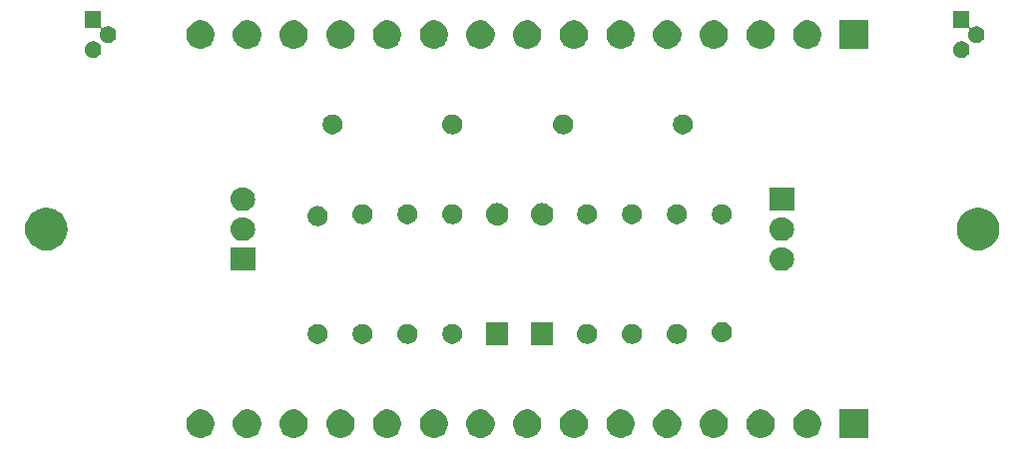
<source format=gbr>
G04 #@! TF.GenerationSoftware,KiCad,Pcbnew,5.1.0-060a0da~80~ubuntu18.04.1*
G04 #@! TF.CreationDate,2019-04-15T09:18:46-04:00*
G04 #@! TF.ProjectId,overvoltage,6f766572-766f-46c7-9461-67652e6b6963,1*
G04 #@! TF.SameCoordinates,Original*
G04 #@! TF.FileFunction,Soldermask,Top*
G04 #@! TF.FilePolarity,Negative*
%FSLAX46Y46*%
G04 Gerber Fmt 4.6, Leading zero omitted, Abs format (unit mm)*
G04 Created by KiCad (PCBNEW 5.1.0-060a0da~80~ubuntu18.04.1) date 2019-04-15 09:18:46*
%MOMM*%
%LPD*%
G04 APERTURE LIST*
%ADD10C,0.100000*%
G04 APERTURE END LIST*
D10*
G36*
X56448276Y-71241884D02*
G01*
X56665569Y-71331890D01*
X56665571Y-71331891D01*
X56861130Y-71462560D01*
X57027440Y-71628870D01*
X57158110Y-71824431D01*
X57248116Y-72041724D01*
X57294000Y-72272400D01*
X57294000Y-72507600D01*
X57248116Y-72738276D01*
X57158110Y-72955569D01*
X57158109Y-72955571D01*
X57027440Y-73151130D01*
X56861130Y-73317440D01*
X56665571Y-73448109D01*
X56665570Y-73448110D01*
X56665569Y-73448110D01*
X56448276Y-73538116D01*
X56217600Y-73584000D01*
X55982400Y-73584000D01*
X55751724Y-73538116D01*
X55534431Y-73448110D01*
X55534430Y-73448110D01*
X55534429Y-73448109D01*
X55338870Y-73317440D01*
X55172560Y-73151130D01*
X55041891Y-72955571D01*
X55041890Y-72955569D01*
X54951884Y-72738276D01*
X54906000Y-72507600D01*
X54906000Y-72272400D01*
X54951884Y-72041724D01*
X55041890Y-71824431D01*
X55172560Y-71628870D01*
X55338870Y-71462560D01*
X55534429Y-71331891D01*
X55534431Y-71331890D01*
X55751724Y-71241884D01*
X55982400Y-71196000D01*
X56217600Y-71196000D01*
X56448276Y-71241884D01*
X56448276Y-71241884D01*
G37*
G36*
X107928276Y-71241884D02*
G01*
X108145569Y-71331890D01*
X108145571Y-71331891D01*
X108341130Y-71462560D01*
X108507440Y-71628870D01*
X108638110Y-71824431D01*
X108728116Y-72041724D01*
X108774000Y-72272400D01*
X108774000Y-72507600D01*
X108728116Y-72738276D01*
X108638110Y-72955569D01*
X108638109Y-72955571D01*
X108507440Y-73151130D01*
X108341130Y-73317440D01*
X108145571Y-73448109D01*
X108145570Y-73448110D01*
X108145569Y-73448110D01*
X107928276Y-73538116D01*
X107697600Y-73584000D01*
X107462400Y-73584000D01*
X107231724Y-73538116D01*
X107014431Y-73448110D01*
X107014430Y-73448110D01*
X107014429Y-73448109D01*
X106818870Y-73317440D01*
X106652560Y-73151130D01*
X106521891Y-72955571D01*
X106521890Y-72955569D01*
X106431884Y-72738276D01*
X106386000Y-72507600D01*
X106386000Y-72272400D01*
X106431884Y-72041724D01*
X106521890Y-71824431D01*
X106652560Y-71628870D01*
X106818870Y-71462560D01*
X107014429Y-71331891D01*
X107014431Y-71331890D01*
X107231724Y-71241884D01*
X107462400Y-71196000D01*
X107697600Y-71196000D01*
X107928276Y-71241884D01*
X107928276Y-71241884D01*
G37*
G36*
X112734000Y-73584000D02*
G01*
X110346000Y-73584000D01*
X110346000Y-71196000D01*
X112734000Y-71196000D01*
X112734000Y-73584000D01*
X112734000Y-73584000D01*
G37*
G36*
X103968276Y-71241884D02*
G01*
X104185569Y-71331890D01*
X104185571Y-71331891D01*
X104381130Y-71462560D01*
X104547440Y-71628870D01*
X104678110Y-71824431D01*
X104768116Y-72041724D01*
X104814000Y-72272400D01*
X104814000Y-72507600D01*
X104768116Y-72738276D01*
X104678110Y-72955569D01*
X104678109Y-72955571D01*
X104547440Y-73151130D01*
X104381130Y-73317440D01*
X104185571Y-73448109D01*
X104185570Y-73448110D01*
X104185569Y-73448110D01*
X103968276Y-73538116D01*
X103737600Y-73584000D01*
X103502400Y-73584000D01*
X103271724Y-73538116D01*
X103054431Y-73448110D01*
X103054430Y-73448110D01*
X103054429Y-73448109D01*
X102858870Y-73317440D01*
X102692560Y-73151130D01*
X102561891Y-72955571D01*
X102561890Y-72955569D01*
X102471884Y-72738276D01*
X102426000Y-72507600D01*
X102426000Y-72272400D01*
X102471884Y-72041724D01*
X102561890Y-71824431D01*
X102692560Y-71628870D01*
X102858870Y-71462560D01*
X103054429Y-71331891D01*
X103054431Y-71331890D01*
X103271724Y-71241884D01*
X103502400Y-71196000D01*
X103737600Y-71196000D01*
X103968276Y-71241884D01*
X103968276Y-71241884D01*
G37*
G36*
X100008276Y-71241884D02*
G01*
X100225569Y-71331890D01*
X100225571Y-71331891D01*
X100421130Y-71462560D01*
X100587440Y-71628870D01*
X100718110Y-71824431D01*
X100808116Y-72041724D01*
X100854000Y-72272400D01*
X100854000Y-72507600D01*
X100808116Y-72738276D01*
X100718110Y-72955569D01*
X100718109Y-72955571D01*
X100587440Y-73151130D01*
X100421130Y-73317440D01*
X100225571Y-73448109D01*
X100225570Y-73448110D01*
X100225569Y-73448110D01*
X100008276Y-73538116D01*
X99777600Y-73584000D01*
X99542400Y-73584000D01*
X99311724Y-73538116D01*
X99094431Y-73448110D01*
X99094430Y-73448110D01*
X99094429Y-73448109D01*
X98898870Y-73317440D01*
X98732560Y-73151130D01*
X98601891Y-72955571D01*
X98601890Y-72955569D01*
X98511884Y-72738276D01*
X98466000Y-72507600D01*
X98466000Y-72272400D01*
X98511884Y-72041724D01*
X98601890Y-71824431D01*
X98732560Y-71628870D01*
X98898870Y-71462560D01*
X99094429Y-71331891D01*
X99094431Y-71331890D01*
X99311724Y-71241884D01*
X99542400Y-71196000D01*
X99777600Y-71196000D01*
X100008276Y-71241884D01*
X100008276Y-71241884D01*
G37*
G36*
X96048276Y-71241884D02*
G01*
X96265569Y-71331890D01*
X96265571Y-71331891D01*
X96461130Y-71462560D01*
X96627440Y-71628870D01*
X96758110Y-71824431D01*
X96848116Y-72041724D01*
X96894000Y-72272400D01*
X96894000Y-72507600D01*
X96848116Y-72738276D01*
X96758110Y-72955569D01*
X96758109Y-72955571D01*
X96627440Y-73151130D01*
X96461130Y-73317440D01*
X96265571Y-73448109D01*
X96265570Y-73448110D01*
X96265569Y-73448110D01*
X96048276Y-73538116D01*
X95817600Y-73584000D01*
X95582400Y-73584000D01*
X95351724Y-73538116D01*
X95134431Y-73448110D01*
X95134430Y-73448110D01*
X95134429Y-73448109D01*
X94938870Y-73317440D01*
X94772560Y-73151130D01*
X94641891Y-72955571D01*
X94641890Y-72955569D01*
X94551884Y-72738276D01*
X94506000Y-72507600D01*
X94506000Y-72272400D01*
X94551884Y-72041724D01*
X94641890Y-71824431D01*
X94772560Y-71628870D01*
X94938870Y-71462560D01*
X95134429Y-71331891D01*
X95134431Y-71331890D01*
X95351724Y-71241884D01*
X95582400Y-71196000D01*
X95817600Y-71196000D01*
X96048276Y-71241884D01*
X96048276Y-71241884D01*
G37*
G36*
X92088276Y-71241884D02*
G01*
X92305569Y-71331890D01*
X92305571Y-71331891D01*
X92501130Y-71462560D01*
X92667440Y-71628870D01*
X92798110Y-71824431D01*
X92888116Y-72041724D01*
X92934000Y-72272400D01*
X92934000Y-72507600D01*
X92888116Y-72738276D01*
X92798110Y-72955569D01*
X92798109Y-72955571D01*
X92667440Y-73151130D01*
X92501130Y-73317440D01*
X92305571Y-73448109D01*
X92305570Y-73448110D01*
X92305569Y-73448110D01*
X92088276Y-73538116D01*
X91857600Y-73584000D01*
X91622400Y-73584000D01*
X91391724Y-73538116D01*
X91174431Y-73448110D01*
X91174430Y-73448110D01*
X91174429Y-73448109D01*
X90978870Y-73317440D01*
X90812560Y-73151130D01*
X90681891Y-72955571D01*
X90681890Y-72955569D01*
X90591884Y-72738276D01*
X90546000Y-72507600D01*
X90546000Y-72272400D01*
X90591884Y-72041724D01*
X90681890Y-71824431D01*
X90812560Y-71628870D01*
X90978870Y-71462560D01*
X91174429Y-71331891D01*
X91174431Y-71331890D01*
X91391724Y-71241884D01*
X91622400Y-71196000D01*
X91857600Y-71196000D01*
X92088276Y-71241884D01*
X92088276Y-71241884D01*
G37*
G36*
X88128276Y-71241884D02*
G01*
X88345569Y-71331890D01*
X88345571Y-71331891D01*
X88541130Y-71462560D01*
X88707440Y-71628870D01*
X88838110Y-71824431D01*
X88928116Y-72041724D01*
X88974000Y-72272400D01*
X88974000Y-72507600D01*
X88928116Y-72738276D01*
X88838110Y-72955569D01*
X88838109Y-72955571D01*
X88707440Y-73151130D01*
X88541130Y-73317440D01*
X88345571Y-73448109D01*
X88345570Y-73448110D01*
X88345569Y-73448110D01*
X88128276Y-73538116D01*
X87897600Y-73584000D01*
X87662400Y-73584000D01*
X87431724Y-73538116D01*
X87214431Y-73448110D01*
X87214430Y-73448110D01*
X87214429Y-73448109D01*
X87018870Y-73317440D01*
X86852560Y-73151130D01*
X86721891Y-72955571D01*
X86721890Y-72955569D01*
X86631884Y-72738276D01*
X86586000Y-72507600D01*
X86586000Y-72272400D01*
X86631884Y-72041724D01*
X86721890Y-71824431D01*
X86852560Y-71628870D01*
X87018870Y-71462560D01*
X87214429Y-71331891D01*
X87214431Y-71331890D01*
X87431724Y-71241884D01*
X87662400Y-71196000D01*
X87897600Y-71196000D01*
X88128276Y-71241884D01*
X88128276Y-71241884D01*
G37*
G36*
X84168276Y-71241884D02*
G01*
X84385569Y-71331890D01*
X84385571Y-71331891D01*
X84581130Y-71462560D01*
X84747440Y-71628870D01*
X84878110Y-71824431D01*
X84968116Y-72041724D01*
X85014000Y-72272400D01*
X85014000Y-72507600D01*
X84968116Y-72738276D01*
X84878110Y-72955569D01*
X84878109Y-72955571D01*
X84747440Y-73151130D01*
X84581130Y-73317440D01*
X84385571Y-73448109D01*
X84385570Y-73448110D01*
X84385569Y-73448110D01*
X84168276Y-73538116D01*
X83937600Y-73584000D01*
X83702400Y-73584000D01*
X83471724Y-73538116D01*
X83254431Y-73448110D01*
X83254430Y-73448110D01*
X83254429Y-73448109D01*
X83058870Y-73317440D01*
X82892560Y-73151130D01*
X82761891Y-72955571D01*
X82761890Y-72955569D01*
X82671884Y-72738276D01*
X82626000Y-72507600D01*
X82626000Y-72272400D01*
X82671884Y-72041724D01*
X82761890Y-71824431D01*
X82892560Y-71628870D01*
X83058870Y-71462560D01*
X83254429Y-71331891D01*
X83254431Y-71331890D01*
X83471724Y-71241884D01*
X83702400Y-71196000D01*
X83937600Y-71196000D01*
X84168276Y-71241884D01*
X84168276Y-71241884D01*
G37*
G36*
X80208276Y-71241884D02*
G01*
X80425569Y-71331890D01*
X80425571Y-71331891D01*
X80621130Y-71462560D01*
X80787440Y-71628870D01*
X80918110Y-71824431D01*
X81008116Y-72041724D01*
X81054000Y-72272400D01*
X81054000Y-72507600D01*
X81008116Y-72738276D01*
X80918110Y-72955569D01*
X80918109Y-72955571D01*
X80787440Y-73151130D01*
X80621130Y-73317440D01*
X80425571Y-73448109D01*
X80425570Y-73448110D01*
X80425569Y-73448110D01*
X80208276Y-73538116D01*
X79977600Y-73584000D01*
X79742400Y-73584000D01*
X79511724Y-73538116D01*
X79294431Y-73448110D01*
X79294430Y-73448110D01*
X79294429Y-73448109D01*
X79098870Y-73317440D01*
X78932560Y-73151130D01*
X78801891Y-72955571D01*
X78801890Y-72955569D01*
X78711884Y-72738276D01*
X78666000Y-72507600D01*
X78666000Y-72272400D01*
X78711884Y-72041724D01*
X78801890Y-71824431D01*
X78932560Y-71628870D01*
X79098870Y-71462560D01*
X79294429Y-71331891D01*
X79294431Y-71331890D01*
X79511724Y-71241884D01*
X79742400Y-71196000D01*
X79977600Y-71196000D01*
X80208276Y-71241884D01*
X80208276Y-71241884D01*
G37*
G36*
X76248276Y-71241884D02*
G01*
X76465569Y-71331890D01*
X76465571Y-71331891D01*
X76661130Y-71462560D01*
X76827440Y-71628870D01*
X76958110Y-71824431D01*
X77048116Y-72041724D01*
X77094000Y-72272400D01*
X77094000Y-72507600D01*
X77048116Y-72738276D01*
X76958110Y-72955569D01*
X76958109Y-72955571D01*
X76827440Y-73151130D01*
X76661130Y-73317440D01*
X76465571Y-73448109D01*
X76465570Y-73448110D01*
X76465569Y-73448110D01*
X76248276Y-73538116D01*
X76017600Y-73584000D01*
X75782400Y-73584000D01*
X75551724Y-73538116D01*
X75334431Y-73448110D01*
X75334430Y-73448110D01*
X75334429Y-73448109D01*
X75138870Y-73317440D01*
X74972560Y-73151130D01*
X74841891Y-72955571D01*
X74841890Y-72955569D01*
X74751884Y-72738276D01*
X74706000Y-72507600D01*
X74706000Y-72272400D01*
X74751884Y-72041724D01*
X74841890Y-71824431D01*
X74972560Y-71628870D01*
X75138870Y-71462560D01*
X75334429Y-71331891D01*
X75334431Y-71331890D01*
X75551724Y-71241884D01*
X75782400Y-71196000D01*
X76017600Y-71196000D01*
X76248276Y-71241884D01*
X76248276Y-71241884D01*
G37*
G36*
X72288276Y-71241884D02*
G01*
X72505569Y-71331890D01*
X72505571Y-71331891D01*
X72701130Y-71462560D01*
X72867440Y-71628870D01*
X72998110Y-71824431D01*
X73088116Y-72041724D01*
X73134000Y-72272400D01*
X73134000Y-72507600D01*
X73088116Y-72738276D01*
X72998110Y-72955569D01*
X72998109Y-72955571D01*
X72867440Y-73151130D01*
X72701130Y-73317440D01*
X72505571Y-73448109D01*
X72505570Y-73448110D01*
X72505569Y-73448110D01*
X72288276Y-73538116D01*
X72057600Y-73584000D01*
X71822400Y-73584000D01*
X71591724Y-73538116D01*
X71374431Y-73448110D01*
X71374430Y-73448110D01*
X71374429Y-73448109D01*
X71178870Y-73317440D01*
X71012560Y-73151130D01*
X70881891Y-72955571D01*
X70881890Y-72955569D01*
X70791884Y-72738276D01*
X70746000Y-72507600D01*
X70746000Y-72272400D01*
X70791884Y-72041724D01*
X70881890Y-71824431D01*
X71012560Y-71628870D01*
X71178870Y-71462560D01*
X71374429Y-71331891D01*
X71374431Y-71331890D01*
X71591724Y-71241884D01*
X71822400Y-71196000D01*
X72057600Y-71196000D01*
X72288276Y-71241884D01*
X72288276Y-71241884D01*
G37*
G36*
X68328276Y-71241884D02*
G01*
X68545569Y-71331890D01*
X68545571Y-71331891D01*
X68741130Y-71462560D01*
X68907440Y-71628870D01*
X69038110Y-71824431D01*
X69128116Y-72041724D01*
X69174000Y-72272400D01*
X69174000Y-72507600D01*
X69128116Y-72738276D01*
X69038110Y-72955569D01*
X69038109Y-72955571D01*
X68907440Y-73151130D01*
X68741130Y-73317440D01*
X68545571Y-73448109D01*
X68545570Y-73448110D01*
X68545569Y-73448110D01*
X68328276Y-73538116D01*
X68097600Y-73584000D01*
X67862400Y-73584000D01*
X67631724Y-73538116D01*
X67414431Y-73448110D01*
X67414430Y-73448110D01*
X67414429Y-73448109D01*
X67218870Y-73317440D01*
X67052560Y-73151130D01*
X66921891Y-72955571D01*
X66921890Y-72955569D01*
X66831884Y-72738276D01*
X66786000Y-72507600D01*
X66786000Y-72272400D01*
X66831884Y-72041724D01*
X66921890Y-71824431D01*
X67052560Y-71628870D01*
X67218870Y-71462560D01*
X67414429Y-71331891D01*
X67414431Y-71331890D01*
X67631724Y-71241884D01*
X67862400Y-71196000D01*
X68097600Y-71196000D01*
X68328276Y-71241884D01*
X68328276Y-71241884D01*
G37*
G36*
X64368276Y-71241884D02*
G01*
X64585569Y-71331890D01*
X64585571Y-71331891D01*
X64781130Y-71462560D01*
X64947440Y-71628870D01*
X65078110Y-71824431D01*
X65168116Y-72041724D01*
X65214000Y-72272400D01*
X65214000Y-72507600D01*
X65168116Y-72738276D01*
X65078110Y-72955569D01*
X65078109Y-72955571D01*
X64947440Y-73151130D01*
X64781130Y-73317440D01*
X64585571Y-73448109D01*
X64585570Y-73448110D01*
X64585569Y-73448110D01*
X64368276Y-73538116D01*
X64137600Y-73584000D01*
X63902400Y-73584000D01*
X63671724Y-73538116D01*
X63454431Y-73448110D01*
X63454430Y-73448110D01*
X63454429Y-73448109D01*
X63258870Y-73317440D01*
X63092560Y-73151130D01*
X62961891Y-72955571D01*
X62961890Y-72955569D01*
X62871884Y-72738276D01*
X62826000Y-72507600D01*
X62826000Y-72272400D01*
X62871884Y-72041724D01*
X62961890Y-71824431D01*
X63092560Y-71628870D01*
X63258870Y-71462560D01*
X63454429Y-71331891D01*
X63454431Y-71331890D01*
X63671724Y-71241884D01*
X63902400Y-71196000D01*
X64137600Y-71196000D01*
X64368276Y-71241884D01*
X64368276Y-71241884D01*
G37*
G36*
X60408276Y-71241884D02*
G01*
X60625569Y-71331890D01*
X60625571Y-71331891D01*
X60821130Y-71462560D01*
X60987440Y-71628870D01*
X61118110Y-71824431D01*
X61208116Y-72041724D01*
X61254000Y-72272400D01*
X61254000Y-72507600D01*
X61208116Y-72738276D01*
X61118110Y-72955569D01*
X61118109Y-72955571D01*
X60987440Y-73151130D01*
X60821130Y-73317440D01*
X60625571Y-73448109D01*
X60625570Y-73448110D01*
X60625569Y-73448110D01*
X60408276Y-73538116D01*
X60177600Y-73584000D01*
X59942400Y-73584000D01*
X59711724Y-73538116D01*
X59494431Y-73448110D01*
X59494430Y-73448110D01*
X59494429Y-73448109D01*
X59298870Y-73317440D01*
X59132560Y-73151130D01*
X59001891Y-72955571D01*
X59001890Y-72955569D01*
X58911884Y-72738276D01*
X58866000Y-72507600D01*
X58866000Y-72272400D01*
X58911884Y-72041724D01*
X59001890Y-71824431D01*
X59132560Y-71628870D01*
X59298870Y-71462560D01*
X59494429Y-71331891D01*
X59494431Y-71331890D01*
X59711724Y-71241884D01*
X59942400Y-71196000D01*
X60177600Y-71196000D01*
X60408276Y-71241884D01*
X60408276Y-71241884D01*
G37*
G36*
X86041000Y-65721000D02*
G01*
X84139000Y-65721000D01*
X84139000Y-63819000D01*
X86041000Y-63819000D01*
X86041000Y-65721000D01*
X86041000Y-65721000D01*
G37*
G36*
X82231000Y-65721000D02*
G01*
X80329000Y-65721000D01*
X80329000Y-63819000D01*
X82231000Y-63819000D01*
X82231000Y-65721000D01*
X82231000Y-65721000D01*
G37*
G36*
X77718228Y-63951703D02*
G01*
X77873100Y-64015853D01*
X78012481Y-64108985D01*
X78131015Y-64227519D01*
X78224147Y-64366900D01*
X78288297Y-64521772D01*
X78321000Y-64686184D01*
X78321000Y-64853816D01*
X78288297Y-65018228D01*
X78224147Y-65173100D01*
X78131015Y-65312481D01*
X78012481Y-65431015D01*
X77873100Y-65524147D01*
X77718228Y-65588297D01*
X77553816Y-65621000D01*
X77386184Y-65621000D01*
X77221772Y-65588297D01*
X77066900Y-65524147D01*
X76927519Y-65431015D01*
X76808985Y-65312481D01*
X76715853Y-65173100D01*
X76651703Y-65018228D01*
X76619000Y-64853816D01*
X76619000Y-64686184D01*
X76651703Y-64521772D01*
X76715853Y-64366900D01*
X76808985Y-64227519D01*
X76927519Y-64108985D01*
X77066900Y-64015853D01*
X77221772Y-63951703D01*
X77386184Y-63919000D01*
X77553816Y-63919000D01*
X77718228Y-63951703D01*
X77718228Y-63951703D01*
G37*
G36*
X66288228Y-63951703D02*
G01*
X66443100Y-64015853D01*
X66582481Y-64108985D01*
X66701015Y-64227519D01*
X66794147Y-64366900D01*
X66858297Y-64521772D01*
X66891000Y-64686184D01*
X66891000Y-64853816D01*
X66858297Y-65018228D01*
X66794147Y-65173100D01*
X66701015Y-65312481D01*
X66582481Y-65431015D01*
X66443100Y-65524147D01*
X66288228Y-65588297D01*
X66123816Y-65621000D01*
X65956184Y-65621000D01*
X65791772Y-65588297D01*
X65636900Y-65524147D01*
X65497519Y-65431015D01*
X65378985Y-65312481D01*
X65285853Y-65173100D01*
X65221703Y-65018228D01*
X65189000Y-64853816D01*
X65189000Y-64686184D01*
X65221703Y-64521772D01*
X65285853Y-64366900D01*
X65378985Y-64227519D01*
X65497519Y-64108985D01*
X65636900Y-64015853D01*
X65791772Y-63951703D01*
X65956184Y-63919000D01*
X66123816Y-63919000D01*
X66288228Y-63951703D01*
X66288228Y-63951703D01*
G37*
G36*
X96686823Y-63931313D02*
G01*
X96847242Y-63979976D01*
X96914361Y-64015852D01*
X96995078Y-64058996D01*
X97124659Y-64165341D01*
X97231004Y-64294922D01*
X97231005Y-64294924D01*
X97310024Y-64442758D01*
X97310025Y-64442761D01*
X97310151Y-64443177D01*
X97358687Y-64603177D01*
X97375117Y-64770000D01*
X97358687Y-64936823D01*
X97310024Y-65097242D01*
X97269477Y-65173100D01*
X97231004Y-65245078D01*
X97124659Y-65374659D01*
X96995078Y-65481004D01*
X96995076Y-65481005D01*
X96847242Y-65560024D01*
X96686823Y-65608687D01*
X96561804Y-65621000D01*
X96478196Y-65621000D01*
X96353177Y-65608687D01*
X96192758Y-65560024D01*
X96044924Y-65481005D01*
X96044922Y-65481004D01*
X95915341Y-65374659D01*
X95808996Y-65245078D01*
X95770523Y-65173100D01*
X95729976Y-65097242D01*
X95681313Y-64936823D01*
X95664883Y-64770000D01*
X95681313Y-64603177D01*
X95729849Y-64443177D01*
X95729975Y-64442761D01*
X95729976Y-64442758D01*
X95808995Y-64294924D01*
X95808996Y-64294922D01*
X95915341Y-64165341D01*
X96044922Y-64058996D01*
X96125639Y-64015852D01*
X96192758Y-63979976D01*
X96353177Y-63931313D01*
X96478196Y-63919000D01*
X96561804Y-63919000D01*
X96686823Y-63931313D01*
X96686823Y-63931313D01*
G37*
G36*
X92876823Y-63931313D02*
G01*
X93037242Y-63979976D01*
X93104361Y-64015852D01*
X93185078Y-64058996D01*
X93314659Y-64165341D01*
X93421004Y-64294922D01*
X93421005Y-64294924D01*
X93500024Y-64442758D01*
X93500025Y-64442761D01*
X93500151Y-64443177D01*
X93548687Y-64603177D01*
X93565117Y-64770000D01*
X93548687Y-64936823D01*
X93500024Y-65097242D01*
X93459477Y-65173100D01*
X93421004Y-65245078D01*
X93314659Y-65374659D01*
X93185078Y-65481004D01*
X93185076Y-65481005D01*
X93037242Y-65560024D01*
X92876823Y-65608687D01*
X92751804Y-65621000D01*
X92668196Y-65621000D01*
X92543177Y-65608687D01*
X92382758Y-65560024D01*
X92234924Y-65481005D01*
X92234922Y-65481004D01*
X92105341Y-65374659D01*
X91998996Y-65245078D01*
X91960523Y-65173100D01*
X91919976Y-65097242D01*
X91871313Y-64936823D01*
X91854883Y-64770000D01*
X91871313Y-64603177D01*
X91919849Y-64443177D01*
X91919975Y-64442761D01*
X91919976Y-64442758D01*
X91998995Y-64294924D01*
X91998996Y-64294922D01*
X92105341Y-64165341D01*
X92234922Y-64058996D01*
X92315639Y-64015852D01*
X92382758Y-63979976D01*
X92543177Y-63931313D01*
X92668196Y-63919000D01*
X92751804Y-63919000D01*
X92876823Y-63931313D01*
X92876823Y-63931313D01*
G37*
G36*
X89066823Y-63931313D02*
G01*
X89227242Y-63979976D01*
X89294361Y-64015852D01*
X89375078Y-64058996D01*
X89504659Y-64165341D01*
X89611004Y-64294922D01*
X89611005Y-64294924D01*
X89690024Y-64442758D01*
X89690025Y-64442761D01*
X89690151Y-64443177D01*
X89738687Y-64603177D01*
X89755117Y-64770000D01*
X89738687Y-64936823D01*
X89690024Y-65097242D01*
X89649477Y-65173100D01*
X89611004Y-65245078D01*
X89504659Y-65374659D01*
X89375078Y-65481004D01*
X89375076Y-65481005D01*
X89227242Y-65560024D01*
X89066823Y-65608687D01*
X88941804Y-65621000D01*
X88858196Y-65621000D01*
X88733177Y-65608687D01*
X88572758Y-65560024D01*
X88424924Y-65481005D01*
X88424922Y-65481004D01*
X88295341Y-65374659D01*
X88188996Y-65245078D01*
X88150523Y-65173100D01*
X88109976Y-65097242D01*
X88061313Y-64936823D01*
X88044883Y-64770000D01*
X88061313Y-64603177D01*
X88109849Y-64443177D01*
X88109975Y-64442761D01*
X88109976Y-64442758D01*
X88188995Y-64294924D01*
X88188996Y-64294922D01*
X88295341Y-64165341D01*
X88424922Y-64058996D01*
X88505639Y-64015852D01*
X88572758Y-63979976D01*
X88733177Y-63931313D01*
X88858196Y-63919000D01*
X88941804Y-63919000D01*
X89066823Y-63931313D01*
X89066823Y-63931313D01*
G37*
G36*
X73826823Y-63931313D02*
G01*
X73987242Y-63979976D01*
X74054361Y-64015852D01*
X74135078Y-64058996D01*
X74264659Y-64165341D01*
X74371004Y-64294922D01*
X74371005Y-64294924D01*
X74450024Y-64442758D01*
X74450025Y-64442761D01*
X74450151Y-64443177D01*
X74498687Y-64603177D01*
X74515117Y-64770000D01*
X74498687Y-64936823D01*
X74450024Y-65097242D01*
X74409477Y-65173100D01*
X74371004Y-65245078D01*
X74264659Y-65374659D01*
X74135078Y-65481004D01*
X74135076Y-65481005D01*
X73987242Y-65560024D01*
X73826823Y-65608687D01*
X73701804Y-65621000D01*
X73618196Y-65621000D01*
X73493177Y-65608687D01*
X73332758Y-65560024D01*
X73184924Y-65481005D01*
X73184922Y-65481004D01*
X73055341Y-65374659D01*
X72948996Y-65245078D01*
X72910523Y-65173100D01*
X72869976Y-65097242D01*
X72821313Y-64936823D01*
X72804883Y-64770000D01*
X72821313Y-64603177D01*
X72869849Y-64443177D01*
X72869975Y-64442761D01*
X72869976Y-64442758D01*
X72948995Y-64294924D01*
X72948996Y-64294922D01*
X73055341Y-64165341D01*
X73184922Y-64058996D01*
X73265639Y-64015852D01*
X73332758Y-63979976D01*
X73493177Y-63931313D01*
X73618196Y-63919000D01*
X73701804Y-63919000D01*
X73826823Y-63931313D01*
X73826823Y-63931313D01*
G37*
G36*
X70098228Y-63951703D02*
G01*
X70253100Y-64015853D01*
X70392481Y-64108985D01*
X70511015Y-64227519D01*
X70604147Y-64366900D01*
X70668297Y-64521772D01*
X70701000Y-64686184D01*
X70701000Y-64853816D01*
X70668297Y-65018228D01*
X70604147Y-65173100D01*
X70511015Y-65312481D01*
X70392481Y-65431015D01*
X70253100Y-65524147D01*
X70098228Y-65588297D01*
X69933816Y-65621000D01*
X69766184Y-65621000D01*
X69601772Y-65588297D01*
X69446900Y-65524147D01*
X69307519Y-65431015D01*
X69188985Y-65312481D01*
X69095853Y-65173100D01*
X69031703Y-65018228D01*
X68999000Y-64853816D01*
X68999000Y-64686184D01*
X69031703Y-64521772D01*
X69095853Y-64366900D01*
X69188985Y-64227519D01*
X69307519Y-64108985D01*
X69446900Y-64015853D01*
X69601772Y-63951703D01*
X69766184Y-63919000D01*
X69933816Y-63919000D01*
X70098228Y-63951703D01*
X70098228Y-63951703D01*
G37*
G36*
X100496823Y-63771313D02*
G01*
X100657242Y-63819976D01*
X100789906Y-63890886D01*
X100805078Y-63898996D01*
X100934659Y-64005341D01*
X101041004Y-64134922D01*
X101041005Y-64134924D01*
X101120024Y-64282758D01*
X101168687Y-64443177D01*
X101185117Y-64610000D01*
X101168687Y-64776823D01*
X101145331Y-64853816D01*
X101120151Y-64936825D01*
X101120024Y-64937242D01*
X101049114Y-65069906D01*
X101041004Y-65085078D01*
X100934659Y-65214659D01*
X100805078Y-65321004D01*
X100805076Y-65321005D01*
X100657242Y-65400024D01*
X100496823Y-65448687D01*
X100371804Y-65461000D01*
X100288196Y-65461000D01*
X100163177Y-65448687D01*
X100002758Y-65400024D01*
X99854924Y-65321005D01*
X99854922Y-65321004D01*
X99725341Y-65214659D01*
X99618996Y-65085078D01*
X99610886Y-65069906D01*
X99539976Y-64937242D01*
X99539850Y-64936825D01*
X99514669Y-64853816D01*
X99491313Y-64776823D01*
X99474883Y-64610000D01*
X99491313Y-64443177D01*
X99539976Y-64282758D01*
X99618995Y-64134924D01*
X99618996Y-64134922D01*
X99725341Y-64005341D01*
X99854922Y-63898996D01*
X99870094Y-63890886D01*
X100002758Y-63819976D01*
X100163177Y-63771313D01*
X100288196Y-63759000D01*
X100371804Y-63759000D01*
X100496823Y-63771313D01*
X100496823Y-63771313D01*
G37*
G36*
X105555936Y-57421340D02*
G01*
X105654220Y-57431020D01*
X105843381Y-57488401D01*
X106017712Y-57581583D01*
X106170515Y-57706985D01*
X106295917Y-57859788D01*
X106389099Y-58034119D01*
X106446480Y-58223280D01*
X106465855Y-58420000D01*
X106446480Y-58616720D01*
X106389099Y-58805881D01*
X106295917Y-58980212D01*
X106170515Y-59133015D01*
X106017712Y-59258417D01*
X105843381Y-59351599D01*
X105654220Y-59408980D01*
X105555936Y-59418660D01*
X105506795Y-59423500D01*
X105313205Y-59423500D01*
X105264064Y-59418660D01*
X105165780Y-59408980D01*
X104976619Y-59351599D01*
X104802288Y-59258417D01*
X104649485Y-59133015D01*
X104524083Y-58980212D01*
X104430901Y-58805881D01*
X104373520Y-58616720D01*
X104354145Y-58420000D01*
X104373520Y-58223280D01*
X104430901Y-58034119D01*
X104524083Y-57859788D01*
X104649485Y-57706985D01*
X104802288Y-57581583D01*
X104976619Y-57488401D01*
X105165780Y-57431020D01*
X105264064Y-57421340D01*
X105313205Y-57416500D01*
X105506795Y-57416500D01*
X105555936Y-57421340D01*
X105555936Y-57421340D01*
G37*
G36*
X60741000Y-59423500D02*
G01*
X58639000Y-59423500D01*
X58639000Y-57416500D01*
X60741000Y-57416500D01*
X60741000Y-59423500D01*
X60741000Y-59423500D01*
G37*
G36*
X122246669Y-54087686D02*
G01*
X122423058Y-54105059D01*
X122762548Y-54208042D01*
X122762550Y-54208043D01*
X123075422Y-54375277D01*
X123349661Y-54600339D01*
X123574723Y-54874578D01*
X123663989Y-55041583D01*
X123741958Y-55187452D01*
X123844941Y-55526942D01*
X123879714Y-55880000D01*
X123844941Y-56233058D01*
X123741958Y-56572548D01*
X123741957Y-56572550D01*
X123574723Y-56885422D01*
X123349661Y-57159661D01*
X123075422Y-57384723D01*
X122762550Y-57551957D01*
X122762548Y-57551958D01*
X122423058Y-57654941D01*
X122246669Y-57672314D01*
X122158476Y-57681000D01*
X121981524Y-57681000D01*
X121893331Y-57672314D01*
X121716942Y-57654941D01*
X121377452Y-57551958D01*
X121377450Y-57551957D01*
X121064578Y-57384723D01*
X120790339Y-57159661D01*
X120565277Y-56885422D01*
X120398043Y-56572550D01*
X120398042Y-56572548D01*
X120295059Y-56233058D01*
X120260286Y-55880000D01*
X120295059Y-55526942D01*
X120398042Y-55187452D01*
X120476011Y-55041583D01*
X120565277Y-54874578D01*
X120790339Y-54600339D01*
X121064578Y-54375277D01*
X121377450Y-54208043D01*
X121377452Y-54208042D01*
X121716942Y-54105059D01*
X121893331Y-54087686D01*
X121981524Y-54079000D01*
X122158476Y-54079000D01*
X122246669Y-54087686D01*
X122246669Y-54087686D01*
G37*
G36*
X43206669Y-54087686D02*
G01*
X43383058Y-54105059D01*
X43722548Y-54208042D01*
X43722550Y-54208043D01*
X44035422Y-54375277D01*
X44309661Y-54600339D01*
X44534723Y-54874578D01*
X44623989Y-55041583D01*
X44701958Y-55187452D01*
X44804941Y-55526942D01*
X44839714Y-55880000D01*
X44804941Y-56233058D01*
X44701958Y-56572548D01*
X44701957Y-56572550D01*
X44534723Y-56885422D01*
X44309661Y-57159661D01*
X44035422Y-57384723D01*
X43722550Y-57551957D01*
X43722548Y-57551958D01*
X43383058Y-57654941D01*
X43206669Y-57672314D01*
X43118476Y-57681000D01*
X42941524Y-57681000D01*
X42853331Y-57672314D01*
X42676942Y-57654941D01*
X42337452Y-57551958D01*
X42337450Y-57551957D01*
X42024578Y-57384723D01*
X41750339Y-57159661D01*
X41525277Y-56885422D01*
X41358043Y-56572550D01*
X41358042Y-56572548D01*
X41255059Y-56233058D01*
X41220286Y-55880000D01*
X41255059Y-55526942D01*
X41358042Y-55187452D01*
X41436011Y-55041583D01*
X41525277Y-54874578D01*
X41750339Y-54600339D01*
X42024578Y-54375277D01*
X42337450Y-54208043D01*
X42337452Y-54208042D01*
X42676942Y-54105059D01*
X42853331Y-54087686D01*
X42941524Y-54079000D01*
X43118476Y-54079000D01*
X43206669Y-54087686D01*
X43206669Y-54087686D01*
G37*
G36*
X105555936Y-54881340D02*
G01*
X105654220Y-54891020D01*
X105843381Y-54948401D01*
X106017712Y-55041583D01*
X106170515Y-55166985D01*
X106295917Y-55319788D01*
X106389099Y-55494119D01*
X106446480Y-55683280D01*
X106465855Y-55880000D01*
X106446480Y-56076720D01*
X106389099Y-56265881D01*
X106295917Y-56440212D01*
X106170515Y-56593015D01*
X106017712Y-56718417D01*
X105843381Y-56811599D01*
X105654220Y-56868980D01*
X105555936Y-56878660D01*
X105506795Y-56883500D01*
X105313205Y-56883500D01*
X105264064Y-56878660D01*
X105165780Y-56868980D01*
X104976619Y-56811599D01*
X104802288Y-56718417D01*
X104649485Y-56593015D01*
X104524083Y-56440212D01*
X104430901Y-56265881D01*
X104373520Y-56076720D01*
X104354145Y-55880000D01*
X104373520Y-55683280D01*
X104430901Y-55494119D01*
X104524083Y-55319788D01*
X104649485Y-55166985D01*
X104802288Y-55041583D01*
X104976619Y-54948401D01*
X105165780Y-54891020D01*
X105264064Y-54881340D01*
X105313205Y-54876500D01*
X105506795Y-54876500D01*
X105555936Y-54881340D01*
X105555936Y-54881340D01*
G37*
G36*
X59835936Y-54881340D02*
G01*
X59934220Y-54891020D01*
X60123381Y-54948401D01*
X60297712Y-55041583D01*
X60450515Y-55166985D01*
X60575917Y-55319788D01*
X60669099Y-55494119D01*
X60726480Y-55683280D01*
X60745855Y-55880000D01*
X60726480Y-56076720D01*
X60669099Y-56265881D01*
X60575917Y-56440212D01*
X60450515Y-56593015D01*
X60297712Y-56718417D01*
X60123381Y-56811599D01*
X59934220Y-56868980D01*
X59835936Y-56878660D01*
X59786795Y-56883500D01*
X59593205Y-56883500D01*
X59544064Y-56878660D01*
X59445780Y-56868980D01*
X59256619Y-56811599D01*
X59082288Y-56718417D01*
X58929485Y-56593015D01*
X58804083Y-56440212D01*
X58710901Y-56265881D01*
X58653520Y-56076720D01*
X58634145Y-55880000D01*
X58653520Y-55683280D01*
X58710901Y-55494119D01*
X58804083Y-55319788D01*
X58929485Y-55166985D01*
X59082288Y-55041583D01*
X59256619Y-54948401D01*
X59445780Y-54891020D01*
X59544064Y-54881340D01*
X59593205Y-54876500D01*
X59786795Y-54876500D01*
X59835936Y-54881340D01*
X59835936Y-54881340D01*
G37*
G36*
X66206823Y-53931313D02*
G01*
X66367242Y-53979976D01*
X66499906Y-54050886D01*
X66515078Y-54058996D01*
X66644659Y-54165341D01*
X66751004Y-54294922D01*
X66751005Y-54294924D01*
X66830024Y-54442758D01*
X66830025Y-54442761D01*
X66830151Y-54443177D01*
X66878687Y-54603177D01*
X66895117Y-54770000D01*
X66878687Y-54936823D01*
X66830024Y-55097242D01*
X66781807Y-55187450D01*
X66751004Y-55245078D01*
X66644659Y-55374659D01*
X66515078Y-55481004D01*
X66515076Y-55481005D01*
X66367242Y-55560024D01*
X66206823Y-55608687D01*
X66081804Y-55621000D01*
X65998196Y-55621000D01*
X65873177Y-55608687D01*
X65712758Y-55560024D01*
X65564924Y-55481005D01*
X65564922Y-55481004D01*
X65435341Y-55374659D01*
X65328996Y-55245078D01*
X65298193Y-55187450D01*
X65249976Y-55097242D01*
X65201313Y-54936823D01*
X65184883Y-54770000D01*
X65201313Y-54603177D01*
X65249849Y-54443177D01*
X65249975Y-54442761D01*
X65249976Y-54442758D01*
X65328995Y-54294924D01*
X65328996Y-54294922D01*
X65435341Y-54165341D01*
X65564922Y-54058996D01*
X65580094Y-54050886D01*
X65712758Y-53979976D01*
X65873177Y-53931313D01*
X65998196Y-53919000D01*
X66081804Y-53919000D01*
X66206823Y-53931313D01*
X66206823Y-53931313D01*
G37*
G36*
X85276425Y-53672760D02*
G01*
X85276428Y-53672761D01*
X85276429Y-53672761D01*
X85455693Y-53727140D01*
X85455696Y-53727142D01*
X85455697Y-53727142D01*
X85620903Y-53815446D01*
X85765712Y-53934288D01*
X85884554Y-54079097D01*
X85972858Y-54244303D01*
X85972860Y-54244307D01*
X86027239Y-54423571D01*
X86027240Y-54423575D01*
X86045601Y-54610000D01*
X86027240Y-54796425D01*
X86027239Y-54796428D01*
X86027239Y-54796429D01*
X85972860Y-54975693D01*
X85972858Y-54975696D01*
X85972858Y-54975697D01*
X85884554Y-55140903D01*
X85765712Y-55285712D01*
X85620903Y-55404554D01*
X85455697Y-55492858D01*
X85455693Y-55492860D01*
X85276429Y-55547239D01*
X85276428Y-55547239D01*
X85276425Y-55547240D01*
X85136718Y-55561000D01*
X85043282Y-55561000D01*
X84903575Y-55547240D01*
X84903572Y-55547239D01*
X84903571Y-55547239D01*
X84724307Y-55492860D01*
X84724303Y-55492858D01*
X84559097Y-55404554D01*
X84414288Y-55285712D01*
X84295446Y-55140903D01*
X84207142Y-54975697D01*
X84207142Y-54975696D01*
X84207140Y-54975693D01*
X84152761Y-54796429D01*
X84152761Y-54796428D01*
X84152760Y-54796425D01*
X84134399Y-54610000D01*
X84152760Y-54423575D01*
X84152761Y-54423571D01*
X84207140Y-54244307D01*
X84207142Y-54244303D01*
X84295446Y-54079097D01*
X84414288Y-53934288D01*
X84559097Y-53815446D01*
X84724303Y-53727142D01*
X84724304Y-53727142D01*
X84724307Y-53727140D01*
X84903571Y-53672761D01*
X84903572Y-53672761D01*
X84903575Y-53672760D01*
X85043282Y-53659000D01*
X85136718Y-53659000D01*
X85276425Y-53672760D01*
X85276425Y-53672760D01*
G37*
G36*
X81466425Y-53672760D02*
G01*
X81466428Y-53672761D01*
X81466429Y-53672761D01*
X81645693Y-53727140D01*
X81645696Y-53727142D01*
X81645697Y-53727142D01*
X81810903Y-53815446D01*
X81955712Y-53934288D01*
X82074554Y-54079097D01*
X82162858Y-54244303D01*
X82162860Y-54244307D01*
X82217239Y-54423571D01*
X82217240Y-54423575D01*
X82235601Y-54610000D01*
X82217240Y-54796425D01*
X82217239Y-54796428D01*
X82217239Y-54796429D01*
X82162860Y-54975693D01*
X82162858Y-54975696D01*
X82162858Y-54975697D01*
X82074554Y-55140903D01*
X81955712Y-55285712D01*
X81810903Y-55404554D01*
X81645697Y-55492858D01*
X81645693Y-55492860D01*
X81466429Y-55547239D01*
X81466428Y-55547239D01*
X81466425Y-55547240D01*
X81326718Y-55561000D01*
X81233282Y-55561000D01*
X81093575Y-55547240D01*
X81093572Y-55547239D01*
X81093571Y-55547239D01*
X80914307Y-55492860D01*
X80914303Y-55492858D01*
X80749097Y-55404554D01*
X80604288Y-55285712D01*
X80485446Y-55140903D01*
X80397142Y-54975697D01*
X80397142Y-54975696D01*
X80397140Y-54975693D01*
X80342761Y-54796429D01*
X80342761Y-54796428D01*
X80342760Y-54796425D01*
X80324399Y-54610000D01*
X80342760Y-54423575D01*
X80342761Y-54423571D01*
X80397140Y-54244307D01*
X80397142Y-54244303D01*
X80485446Y-54079097D01*
X80604288Y-53934288D01*
X80749097Y-53815446D01*
X80914303Y-53727142D01*
X80914304Y-53727142D01*
X80914307Y-53727140D01*
X81093571Y-53672761D01*
X81093572Y-53672761D01*
X81093575Y-53672760D01*
X81233282Y-53659000D01*
X81326718Y-53659000D01*
X81466425Y-53672760D01*
X81466425Y-53672760D01*
G37*
G36*
X73908228Y-53791703D02*
G01*
X74063100Y-53855853D01*
X74202481Y-53948985D01*
X74321015Y-54067519D01*
X74414147Y-54206900D01*
X74478297Y-54361772D01*
X74511000Y-54526184D01*
X74511000Y-54693816D01*
X74478297Y-54858228D01*
X74414147Y-55013100D01*
X74321015Y-55152481D01*
X74202481Y-55271015D01*
X74063100Y-55364147D01*
X73908228Y-55428297D01*
X73743816Y-55461000D01*
X73576184Y-55461000D01*
X73411772Y-55428297D01*
X73256900Y-55364147D01*
X73117519Y-55271015D01*
X72998985Y-55152481D01*
X72905853Y-55013100D01*
X72841703Y-54858228D01*
X72809000Y-54693816D01*
X72809000Y-54526184D01*
X72841703Y-54361772D01*
X72905853Y-54206900D01*
X72998985Y-54067519D01*
X73117519Y-53948985D01*
X73256900Y-53855853D01*
X73411772Y-53791703D01*
X73576184Y-53759000D01*
X73743816Y-53759000D01*
X73908228Y-53791703D01*
X73908228Y-53791703D01*
G37*
G36*
X70016823Y-53771313D02*
G01*
X70177242Y-53819976D01*
X70244361Y-53855852D01*
X70325078Y-53898996D01*
X70454659Y-54005341D01*
X70561004Y-54134922D01*
X70561005Y-54134924D01*
X70640024Y-54282758D01*
X70688687Y-54443177D01*
X70705117Y-54610000D01*
X70688687Y-54776823D01*
X70659033Y-54874577D01*
X70640151Y-54936825D01*
X70640024Y-54937242D01*
X70569114Y-55069906D01*
X70561004Y-55085078D01*
X70454659Y-55214659D01*
X70325078Y-55321004D01*
X70325076Y-55321005D01*
X70177242Y-55400024D01*
X70016823Y-55448687D01*
X69891804Y-55461000D01*
X69808196Y-55461000D01*
X69683177Y-55448687D01*
X69522758Y-55400024D01*
X69374924Y-55321005D01*
X69374922Y-55321004D01*
X69245341Y-55214659D01*
X69138996Y-55085078D01*
X69130886Y-55069906D01*
X69059976Y-54937242D01*
X69059850Y-54936825D01*
X69040967Y-54874577D01*
X69011313Y-54776823D01*
X68994883Y-54610000D01*
X69011313Y-54443177D01*
X69059976Y-54282758D01*
X69138995Y-54134924D01*
X69138996Y-54134922D01*
X69245341Y-54005341D01*
X69374922Y-53898996D01*
X69455639Y-53855852D01*
X69522758Y-53819976D01*
X69683177Y-53771313D01*
X69808196Y-53759000D01*
X69891804Y-53759000D01*
X70016823Y-53771313D01*
X70016823Y-53771313D01*
G37*
G36*
X96768228Y-53791703D02*
G01*
X96923100Y-53855853D01*
X97062481Y-53948985D01*
X97181015Y-54067519D01*
X97274147Y-54206900D01*
X97338297Y-54361772D01*
X97371000Y-54526184D01*
X97371000Y-54693816D01*
X97338297Y-54858228D01*
X97274147Y-55013100D01*
X97181015Y-55152481D01*
X97062481Y-55271015D01*
X96923100Y-55364147D01*
X96768228Y-55428297D01*
X96603816Y-55461000D01*
X96436184Y-55461000D01*
X96271772Y-55428297D01*
X96116900Y-55364147D01*
X95977519Y-55271015D01*
X95858985Y-55152481D01*
X95765853Y-55013100D01*
X95701703Y-54858228D01*
X95669000Y-54693816D01*
X95669000Y-54526184D01*
X95701703Y-54361772D01*
X95765853Y-54206900D01*
X95858985Y-54067519D01*
X95977519Y-53948985D01*
X96116900Y-53855853D01*
X96271772Y-53791703D01*
X96436184Y-53759000D01*
X96603816Y-53759000D01*
X96768228Y-53791703D01*
X96768228Y-53791703D01*
G37*
G36*
X100578228Y-53791703D02*
G01*
X100733100Y-53855853D01*
X100872481Y-53948985D01*
X100991015Y-54067519D01*
X101084147Y-54206900D01*
X101148297Y-54361772D01*
X101181000Y-54526184D01*
X101181000Y-54693816D01*
X101148297Y-54858228D01*
X101084147Y-55013100D01*
X100991015Y-55152481D01*
X100872481Y-55271015D01*
X100733100Y-55364147D01*
X100578228Y-55428297D01*
X100413816Y-55461000D01*
X100246184Y-55461000D01*
X100081772Y-55428297D01*
X99926900Y-55364147D01*
X99787519Y-55271015D01*
X99668985Y-55152481D01*
X99575853Y-55013100D01*
X99511703Y-54858228D01*
X99479000Y-54693816D01*
X99479000Y-54526184D01*
X99511703Y-54361772D01*
X99575853Y-54206900D01*
X99668985Y-54067519D01*
X99787519Y-53948985D01*
X99926900Y-53855853D01*
X100081772Y-53791703D01*
X100246184Y-53759000D01*
X100413816Y-53759000D01*
X100578228Y-53791703D01*
X100578228Y-53791703D01*
G37*
G36*
X92958228Y-53791703D02*
G01*
X93113100Y-53855853D01*
X93252481Y-53948985D01*
X93371015Y-54067519D01*
X93464147Y-54206900D01*
X93528297Y-54361772D01*
X93561000Y-54526184D01*
X93561000Y-54693816D01*
X93528297Y-54858228D01*
X93464147Y-55013100D01*
X93371015Y-55152481D01*
X93252481Y-55271015D01*
X93113100Y-55364147D01*
X92958228Y-55428297D01*
X92793816Y-55461000D01*
X92626184Y-55461000D01*
X92461772Y-55428297D01*
X92306900Y-55364147D01*
X92167519Y-55271015D01*
X92048985Y-55152481D01*
X91955853Y-55013100D01*
X91891703Y-54858228D01*
X91859000Y-54693816D01*
X91859000Y-54526184D01*
X91891703Y-54361772D01*
X91955853Y-54206900D01*
X92048985Y-54067519D01*
X92167519Y-53948985D01*
X92306900Y-53855853D01*
X92461772Y-53791703D01*
X92626184Y-53759000D01*
X92793816Y-53759000D01*
X92958228Y-53791703D01*
X92958228Y-53791703D01*
G37*
G36*
X77636823Y-53771313D02*
G01*
X77797242Y-53819976D01*
X77864361Y-53855852D01*
X77945078Y-53898996D01*
X78074659Y-54005341D01*
X78181004Y-54134922D01*
X78181005Y-54134924D01*
X78260024Y-54282758D01*
X78308687Y-54443177D01*
X78325117Y-54610000D01*
X78308687Y-54776823D01*
X78279033Y-54874577D01*
X78260151Y-54936825D01*
X78260024Y-54937242D01*
X78189114Y-55069906D01*
X78181004Y-55085078D01*
X78074659Y-55214659D01*
X77945078Y-55321004D01*
X77945076Y-55321005D01*
X77797242Y-55400024D01*
X77636823Y-55448687D01*
X77511804Y-55461000D01*
X77428196Y-55461000D01*
X77303177Y-55448687D01*
X77142758Y-55400024D01*
X76994924Y-55321005D01*
X76994922Y-55321004D01*
X76865341Y-55214659D01*
X76758996Y-55085078D01*
X76750886Y-55069906D01*
X76679976Y-54937242D01*
X76679850Y-54936825D01*
X76660967Y-54874577D01*
X76631313Y-54776823D01*
X76614883Y-54610000D01*
X76631313Y-54443177D01*
X76679976Y-54282758D01*
X76758995Y-54134924D01*
X76758996Y-54134922D01*
X76865341Y-54005341D01*
X76994922Y-53898996D01*
X77075639Y-53855852D01*
X77142758Y-53819976D01*
X77303177Y-53771313D01*
X77428196Y-53759000D01*
X77511804Y-53759000D01*
X77636823Y-53771313D01*
X77636823Y-53771313D01*
G37*
G36*
X89148228Y-53791703D02*
G01*
X89303100Y-53855853D01*
X89442481Y-53948985D01*
X89561015Y-54067519D01*
X89654147Y-54206900D01*
X89718297Y-54361772D01*
X89751000Y-54526184D01*
X89751000Y-54693816D01*
X89718297Y-54858228D01*
X89654147Y-55013100D01*
X89561015Y-55152481D01*
X89442481Y-55271015D01*
X89303100Y-55364147D01*
X89148228Y-55428297D01*
X88983816Y-55461000D01*
X88816184Y-55461000D01*
X88651772Y-55428297D01*
X88496900Y-55364147D01*
X88357519Y-55271015D01*
X88238985Y-55152481D01*
X88145853Y-55013100D01*
X88081703Y-54858228D01*
X88049000Y-54693816D01*
X88049000Y-54526184D01*
X88081703Y-54361772D01*
X88145853Y-54206900D01*
X88238985Y-54067519D01*
X88357519Y-53948985D01*
X88496900Y-53855853D01*
X88651772Y-53791703D01*
X88816184Y-53759000D01*
X88983816Y-53759000D01*
X89148228Y-53791703D01*
X89148228Y-53791703D01*
G37*
G36*
X106461000Y-54343500D02*
G01*
X104359000Y-54343500D01*
X104359000Y-52336500D01*
X106461000Y-52336500D01*
X106461000Y-54343500D01*
X106461000Y-54343500D01*
G37*
G36*
X59835936Y-52341340D02*
G01*
X59934220Y-52351020D01*
X60123381Y-52408401D01*
X60297712Y-52501583D01*
X60450515Y-52626985D01*
X60575917Y-52779788D01*
X60669099Y-52954119D01*
X60726480Y-53143280D01*
X60745855Y-53340000D01*
X60726480Y-53536720D01*
X60669099Y-53725881D01*
X60575917Y-53900212D01*
X60450515Y-54053015D01*
X60297712Y-54178417D01*
X60123381Y-54271599D01*
X59934220Y-54328980D01*
X59835936Y-54338660D01*
X59786795Y-54343500D01*
X59593205Y-54343500D01*
X59544064Y-54338660D01*
X59445780Y-54328980D01*
X59256619Y-54271599D01*
X59082288Y-54178417D01*
X58929485Y-54053015D01*
X58804083Y-53900212D01*
X58710901Y-53725881D01*
X58653520Y-53536720D01*
X58634145Y-53340000D01*
X58653520Y-53143280D01*
X58710901Y-52954119D01*
X58804083Y-52779788D01*
X58929485Y-52626985D01*
X59082288Y-52501583D01*
X59256619Y-52408401D01*
X59445780Y-52351020D01*
X59544064Y-52341340D01*
X59593205Y-52336500D01*
X59786795Y-52336500D01*
X59835936Y-52341340D01*
X59835936Y-52341340D01*
G37*
G36*
X97276228Y-46171703D02*
G01*
X97431100Y-46235853D01*
X97570481Y-46328985D01*
X97689015Y-46447519D01*
X97782147Y-46586900D01*
X97846297Y-46741772D01*
X97879000Y-46906184D01*
X97879000Y-47073816D01*
X97846297Y-47238228D01*
X97782147Y-47393100D01*
X97689015Y-47532481D01*
X97570481Y-47651015D01*
X97431100Y-47744147D01*
X97276228Y-47808297D01*
X97111816Y-47841000D01*
X96944184Y-47841000D01*
X96779772Y-47808297D01*
X96624900Y-47744147D01*
X96485519Y-47651015D01*
X96366985Y-47532481D01*
X96273853Y-47393100D01*
X96209703Y-47238228D01*
X96177000Y-47073816D01*
X96177000Y-46906184D01*
X96209703Y-46741772D01*
X96273853Y-46586900D01*
X96366985Y-46447519D01*
X96485519Y-46328985D01*
X96624900Y-46235853D01*
X96779772Y-46171703D01*
X96944184Y-46139000D01*
X97111816Y-46139000D01*
X97276228Y-46171703D01*
X97276228Y-46171703D01*
G37*
G36*
X77636823Y-46151313D02*
G01*
X77797242Y-46199976D01*
X77864361Y-46235852D01*
X77945078Y-46278996D01*
X78074659Y-46385341D01*
X78181004Y-46514922D01*
X78181005Y-46514924D01*
X78260024Y-46662758D01*
X78308687Y-46823177D01*
X78325117Y-46990000D01*
X78308687Y-47156823D01*
X78260024Y-47317242D01*
X78219477Y-47393100D01*
X78181004Y-47465078D01*
X78074659Y-47594659D01*
X77945078Y-47701004D01*
X77945076Y-47701005D01*
X77797242Y-47780024D01*
X77636823Y-47828687D01*
X77511804Y-47841000D01*
X77428196Y-47841000D01*
X77303177Y-47828687D01*
X77142758Y-47780024D01*
X76994924Y-47701005D01*
X76994922Y-47701004D01*
X76865341Y-47594659D01*
X76758996Y-47465078D01*
X76720523Y-47393100D01*
X76679976Y-47317242D01*
X76631313Y-47156823D01*
X76614883Y-46990000D01*
X76631313Y-46823177D01*
X76679976Y-46662758D01*
X76758995Y-46514924D01*
X76758996Y-46514922D01*
X76865341Y-46385341D01*
X76994922Y-46278996D01*
X77075639Y-46235852D01*
X77142758Y-46199976D01*
X77303177Y-46151313D01*
X77428196Y-46139000D01*
X77511804Y-46139000D01*
X77636823Y-46151313D01*
X77636823Y-46151313D01*
G37*
G36*
X67558228Y-46171703D02*
G01*
X67713100Y-46235853D01*
X67852481Y-46328985D01*
X67971015Y-46447519D01*
X68064147Y-46586900D01*
X68128297Y-46741772D01*
X68161000Y-46906184D01*
X68161000Y-47073816D01*
X68128297Y-47238228D01*
X68064147Y-47393100D01*
X67971015Y-47532481D01*
X67852481Y-47651015D01*
X67713100Y-47744147D01*
X67558228Y-47808297D01*
X67393816Y-47841000D01*
X67226184Y-47841000D01*
X67061772Y-47808297D01*
X66906900Y-47744147D01*
X66767519Y-47651015D01*
X66648985Y-47532481D01*
X66555853Y-47393100D01*
X66491703Y-47238228D01*
X66459000Y-47073816D01*
X66459000Y-46906184D01*
X66491703Y-46741772D01*
X66555853Y-46586900D01*
X66648985Y-46447519D01*
X66767519Y-46328985D01*
X66906900Y-46235853D01*
X67061772Y-46171703D01*
X67226184Y-46139000D01*
X67393816Y-46139000D01*
X67558228Y-46171703D01*
X67558228Y-46171703D01*
G37*
G36*
X87034823Y-46151313D02*
G01*
X87195242Y-46199976D01*
X87262361Y-46235852D01*
X87343078Y-46278996D01*
X87472659Y-46385341D01*
X87579004Y-46514922D01*
X87579005Y-46514924D01*
X87658024Y-46662758D01*
X87706687Y-46823177D01*
X87723117Y-46990000D01*
X87706687Y-47156823D01*
X87658024Y-47317242D01*
X87617477Y-47393100D01*
X87579004Y-47465078D01*
X87472659Y-47594659D01*
X87343078Y-47701004D01*
X87343076Y-47701005D01*
X87195242Y-47780024D01*
X87034823Y-47828687D01*
X86909804Y-47841000D01*
X86826196Y-47841000D01*
X86701177Y-47828687D01*
X86540758Y-47780024D01*
X86392924Y-47701005D01*
X86392922Y-47701004D01*
X86263341Y-47594659D01*
X86156996Y-47465078D01*
X86118523Y-47393100D01*
X86077976Y-47317242D01*
X86029313Y-47156823D01*
X86012883Y-46990000D01*
X86029313Y-46823177D01*
X86077976Y-46662758D01*
X86156995Y-46514924D01*
X86156996Y-46514922D01*
X86263341Y-46385341D01*
X86392922Y-46278996D01*
X86473639Y-46235852D01*
X86540758Y-46199976D01*
X86701177Y-46151313D01*
X86826196Y-46139000D01*
X86909804Y-46139000D01*
X87034823Y-46151313D01*
X87034823Y-46151313D01*
G37*
G36*
X120854473Y-39965938D02*
G01*
X120982049Y-40018782D01*
X121096859Y-40095495D01*
X121194505Y-40193141D01*
X121271218Y-40307951D01*
X121324062Y-40435527D01*
X121351000Y-40570956D01*
X121351000Y-40709044D01*
X121324062Y-40844473D01*
X121271218Y-40972049D01*
X121194505Y-41086859D01*
X121096859Y-41184505D01*
X120982049Y-41261218D01*
X120854473Y-41314062D01*
X120719044Y-41341000D01*
X120580956Y-41341000D01*
X120445527Y-41314062D01*
X120317951Y-41261218D01*
X120203141Y-41184505D01*
X120105495Y-41086859D01*
X120028782Y-40972049D01*
X119975938Y-40844473D01*
X119949000Y-40709044D01*
X119949000Y-40570956D01*
X119975938Y-40435527D01*
X120028782Y-40307951D01*
X120105495Y-40193141D01*
X120203141Y-40095495D01*
X120317951Y-40018782D01*
X120445527Y-39965938D01*
X120580956Y-39939000D01*
X120719044Y-39939000D01*
X120854473Y-39965938D01*
X120854473Y-39965938D01*
G37*
G36*
X47194473Y-39965938D02*
G01*
X47322049Y-40018782D01*
X47436859Y-40095495D01*
X47534505Y-40193141D01*
X47611218Y-40307951D01*
X47664062Y-40435527D01*
X47691000Y-40570956D01*
X47691000Y-40709044D01*
X47664062Y-40844473D01*
X47611218Y-40972049D01*
X47534505Y-41086859D01*
X47436859Y-41184505D01*
X47322049Y-41261218D01*
X47194473Y-41314062D01*
X47059044Y-41341000D01*
X46920956Y-41341000D01*
X46785527Y-41314062D01*
X46657951Y-41261218D01*
X46543141Y-41184505D01*
X46445495Y-41086859D01*
X46368782Y-40972049D01*
X46315938Y-40844473D01*
X46289000Y-40709044D01*
X46289000Y-40570956D01*
X46315938Y-40435527D01*
X46368782Y-40307951D01*
X46445495Y-40193141D01*
X46543141Y-40095495D01*
X46657951Y-40018782D01*
X46785527Y-39965938D01*
X46920956Y-39939000D01*
X47059044Y-39939000D01*
X47194473Y-39965938D01*
X47194473Y-39965938D01*
G37*
G36*
X64368276Y-38221884D02*
G01*
X64585569Y-38311890D01*
X64585571Y-38311891D01*
X64781130Y-38442560D01*
X64947440Y-38608870D01*
X65077423Y-38803402D01*
X65078110Y-38804431D01*
X65168116Y-39021724D01*
X65214000Y-39252400D01*
X65214000Y-39487600D01*
X65168116Y-39718276D01*
X65127281Y-39816859D01*
X65078109Y-39935571D01*
X64947440Y-40131130D01*
X64781130Y-40297440D01*
X64585571Y-40428109D01*
X64585570Y-40428110D01*
X64585569Y-40428110D01*
X64368276Y-40518116D01*
X64137600Y-40564000D01*
X63902400Y-40564000D01*
X63671724Y-40518116D01*
X63454431Y-40428110D01*
X63454430Y-40428110D01*
X63454429Y-40428109D01*
X63258870Y-40297440D01*
X63092560Y-40131130D01*
X62961891Y-39935571D01*
X62912719Y-39816859D01*
X62871884Y-39718276D01*
X62826000Y-39487600D01*
X62826000Y-39252400D01*
X62871884Y-39021724D01*
X62961890Y-38804431D01*
X62962578Y-38803402D01*
X63092560Y-38608870D01*
X63258870Y-38442560D01*
X63454429Y-38311891D01*
X63454431Y-38311890D01*
X63671724Y-38221884D01*
X63902400Y-38176000D01*
X64137600Y-38176000D01*
X64368276Y-38221884D01*
X64368276Y-38221884D01*
G37*
G36*
X72288276Y-38221884D02*
G01*
X72505569Y-38311890D01*
X72505571Y-38311891D01*
X72701130Y-38442560D01*
X72867440Y-38608870D01*
X72997423Y-38803402D01*
X72998110Y-38804431D01*
X73088116Y-39021724D01*
X73134000Y-39252400D01*
X73134000Y-39487600D01*
X73088116Y-39718276D01*
X73047281Y-39816859D01*
X72998109Y-39935571D01*
X72867440Y-40131130D01*
X72701130Y-40297440D01*
X72505571Y-40428109D01*
X72505570Y-40428110D01*
X72505569Y-40428110D01*
X72288276Y-40518116D01*
X72057600Y-40564000D01*
X71822400Y-40564000D01*
X71591724Y-40518116D01*
X71374431Y-40428110D01*
X71374430Y-40428110D01*
X71374429Y-40428109D01*
X71178870Y-40297440D01*
X71012560Y-40131130D01*
X70881891Y-39935571D01*
X70832719Y-39816859D01*
X70791884Y-39718276D01*
X70746000Y-39487600D01*
X70746000Y-39252400D01*
X70791884Y-39021724D01*
X70881890Y-38804431D01*
X70882578Y-38803402D01*
X71012560Y-38608870D01*
X71178870Y-38442560D01*
X71374429Y-38311891D01*
X71374431Y-38311890D01*
X71591724Y-38221884D01*
X71822400Y-38176000D01*
X72057600Y-38176000D01*
X72288276Y-38221884D01*
X72288276Y-38221884D01*
G37*
G36*
X60408276Y-38221884D02*
G01*
X60625569Y-38311890D01*
X60625571Y-38311891D01*
X60821130Y-38442560D01*
X60987440Y-38608870D01*
X61117423Y-38803402D01*
X61118110Y-38804431D01*
X61208116Y-39021724D01*
X61254000Y-39252400D01*
X61254000Y-39487600D01*
X61208116Y-39718276D01*
X61167281Y-39816859D01*
X61118109Y-39935571D01*
X60987440Y-40131130D01*
X60821130Y-40297440D01*
X60625571Y-40428109D01*
X60625570Y-40428110D01*
X60625569Y-40428110D01*
X60408276Y-40518116D01*
X60177600Y-40564000D01*
X59942400Y-40564000D01*
X59711724Y-40518116D01*
X59494431Y-40428110D01*
X59494430Y-40428110D01*
X59494429Y-40428109D01*
X59298870Y-40297440D01*
X59132560Y-40131130D01*
X59001891Y-39935571D01*
X58952719Y-39816859D01*
X58911884Y-39718276D01*
X58866000Y-39487600D01*
X58866000Y-39252400D01*
X58911884Y-39021724D01*
X59001890Y-38804431D01*
X59002578Y-38803402D01*
X59132560Y-38608870D01*
X59298870Y-38442560D01*
X59494429Y-38311891D01*
X59494431Y-38311890D01*
X59711724Y-38221884D01*
X59942400Y-38176000D01*
X60177600Y-38176000D01*
X60408276Y-38221884D01*
X60408276Y-38221884D01*
G37*
G36*
X80208276Y-38221884D02*
G01*
X80425569Y-38311890D01*
X80425571Y-38311891D01*
X80621130Y-38442560D01*
X80787440Y-38608870D01*
X80917423Y-38803402D01*
X80918110Y-38804431D01*
X81008116Y-39021724D01*
X81054000Y-39252400D01*
X81054000Y-39487600D01*
X81008116Y-39718276D01*
X80967281Y-39816859D01*
X80918109Y-39935571D01*
X80787440Y-40131130D01*
X80621130Y-40297440D01*
X80425571Y-40428109D01*
X80425570Y-40428110D01*
X80425569Y-40428110D01*
X80208276Y-40518116D01*
X79977600Y-40564000D01*
X79742400Y-40564000D01*
X79511724Y-40518116D01*
X79294431Y-40428110D01*
X79294430Y-40428110D01*
X79294429Y-40428109D01*
X79098870Y-40297440D01*
X78932560Y-40131130D01*
X78801891Y-39935571D01*
X78752719Y-39816859D01*
X78711884Y-39718276D01*
X78666000Y-39487600D01*
X78666000Y-39252400D01*
X78711884Y-39021724D01*
X78801890Y-38804431D01*
X78802578Y-38803402D01*
X78932560Y-38608870D01*
X79098870Y-38442560D01*
X79294429Y-38311891D01*
X79294431Y-38311890D01*
X79511724Y-38221884D01*
X79742400Y-38176000D01*
X79977600Y-38176000D01*
X80208276Y-38221884D01*
X80208276Y-38221884D01*
G37*
G36*
X103968276Y-38221884D02*
G01*
X104185569Y-38311890D01*
X104185571Y-38311891D01*
X104381130Y-38442560D01*
X104547440Y-38608870D01*
X104677423Y-38803402D01*
X104678110Y-38804431D01*
X104768116Y-39021724D01*
X104814000Y-39252400D01*
X104814000Y-39487600D01*
X104768116Y-39718276D01*
X104727281Y-39816859D01*
X104678109Y-39935571D01*
X104547440Y-40131130D01*
X104381130Y-40297440D01*
X104185571Y-40428109D01*
X104185570Y-40428110D01*
X104185569Y-40428110D01*
X103968276Y-40518116D01*
X103737600Y-40564000D01*
X103502400Y-40564000D01*
X103271724Y-40518116D01*
X103054431Y-40428110D01*
X103054430Y-40428110D01*
X103054429Y-40428109D01*
X102858870Y-40297440D01*
X102692560Y-40131130D01*
X102561891Y-39935571D01*
X102512719Y-39816859D01*
X102471884Y-39718276D01*
X102426000Y-39487600D01*
X102426000Y-39252400D01*
X102471884Y-39021724D01*
X102561890Y-38804431D01*
X102562578Y-38803402D01*
X102692560Y-38608870D01*
X102858870Y-38442560D01*
X103054429Y-38311891D01*
X103054431Y-38311890D01*
X103271724Y-38221884D01*
X103502400Y-38176000D01*
X103737600Y-38176000D01*
X103968276Y-38221884D01*
X103968276Y-38221884D01*
G37*
G36*
X56448276Y-38221884D02*
G01*
X56665569Y-38311890D01*
X56665571Y-38311891D01*
X56861130Y-38442560D01*
X57027440Y-38608870D01*
X57157423Y-38803402D01*
X57158110Y-38804431D01*
X57248116Y-39021724D01*
X57294000Y-39252400D01*
X57294000Y-39487600D01*
X57248116Y-39718276D01*
X57207281Y-39816859D01*
X57158109Y-39935571D01*
X57027440Y-40131130D01*
X56861130Y-40297440D01*
X56665571Y-40428109D01*
X56665570Y-40428110D01*
X56665569Y-40428110D01*
X56448276Y-40518116D01*
X56217600Y-40564000D01*
X55982400Y-40564000D01*
X55751724Y-40518116D01*
X55534431Y-40428110D01*
X55534430Y-40428110D01*
X55534429Y-40428109D01*
X55338870Y-40297440D01*
X55172560Y-40131130D01*
X55041891Y-39935571D01*
X54992719Y-39816859D01*
X54951884Y-39718276D01*
X54906000Y-39487600D01*
X54906000Y-39252400D01*
X54951884Y-39021724D01*
X55041890Y-38804431D01*
X55042578Y-38803402D01*
X55172560Y-38608870D01*
X55338870Y-38442560D01*
X55534429Y-38311891D01*
X55534431Y-38311890D01*
X55751724Y-38221884D01*
X55982400Y-38176000D01*
X56217600Y-38176000D01*
X56448276Y-38221884D01*
X56448276Y-38221884D01*
G37*
G36*
X84168276Y-38221884D02*
G01*
X84385569Y-38311890D01*
X84385571Y-38311891D01*
X84581130Y-38442560D01*
X84747440Y-38608870D01*
X84877423Y-38803402D01*
X84878110Y-38804431D01*
X84968116Y-39021724D01*
X85014000Y-39252400D01*
X85014000Y-39487600D01*
X84968116Y-39718276D01*
X84927281Y-39816859D01*
X84878109Y-39935571D01*
X84747440Y-40131130D01*
X84581130Y-40297440D01*
X84385571Y-40428109D01*
X84385570Y-40428110D01*
X84385569Y-40428110D01*
X84168276Y-40518116D01*
X83937600Y-40564000D01*
X83702400Y-40564000D01*
X83471724Y-40518116D01*
X83254431Y-40428110D01*
X83254430Y-40428110D01*
X83254429Y-40428109D01*
X83058870Y-40297440D01*
X82892560Y-40131130D01*
X82761891Y-39935571D01*
X82712719Y-39816859D01*
X82671884Y-39718276D01*
X82626000Y-39487600D01*
X82626000Y-39252400D01*
X82671884Y-39021724D01*
X82761890Y-38804431D01*
X82762578Y-38803402D01*
X82892560Y-38608870D01*
X83058870Y-38442560D01*
X83254429Y-38311891D01*
X83254431Y-38311890D01*
X83471724Y-38221884D01*
X83702400Y-38176000D01*
X83937600Y-38176000D01*
X84168276Y-38221884D01*
X84168276Y-38221884D01*
G37*
G36*
X88128276Y-38221884D02*
G01*
X88345569Y-38311890D01*
X88345571Y-38311891D01*
X88541130Y-38442560D01*
X88707440Y-38608870D01*
X88837423Y-38803402D01*
X88838110Y-38804431D01*
X88928116Y-39021724D01*
X88974000Y-39252400D01*
X88974000Y-39487600D01*
X88928116Y-39718276D01*
X88887281Y-39816859D01*
X88838109Y-39935571D01*
X88707440Y-40131130D01*
X88541130Y-40297440D01*
X88345571Y-40428109D01*
X88345570Y-40428110D01*
X88345569Y-40428110D01*
X88128276Y-40518116D01*
X87897600Y-40564000D01*
X87662400Y-40564000D01*
X87431724Y-40518116D01*
X87214431Y-40428110D01*
X87214430Y-40428110D01*
X87214429Y-40428109D01*
X87018870Y-40297440D01*
X86852560Y-40131130D01*
X86721891Y-39935571D01*
X86672719Y-39816859D01*
X86631884Y-39718276D01*
X86586000Y-39487600D01*
X86586000Y-39252400D01*
X86631884Y-39021724D01*
X86721890Y-38804431D01*
X86722578Y-38803402D01*
X86852560Y-38608870D01*
X87018870Y-38442560D01*
X87214429Y-38311891D01*
X87214431Y-38311890D01*
X87431724Y-38221884D01*
X87662400Y-38176000D01*
X87897600Y-38176000D01*
X88128276Y-38221884D01*
X88128276Y-38221884D01*
G37*
G36*
X92088276Y-38221884D02*
G01*
X92305569Y-38311890D01*
X92305571Y-38311891D01*
X92501130Y-38442560D01*
X92667440Y-38608870D01*
X92797423Y-38803402D01*
X92798110Y-38804431D01*
X92888116Y-39021724D01*
X92934000Y-39252400D01*
X92934000Y-39487600D01*
X92888116Y-39718276D01*
X92847281Y-39816859D01*
X92798109Y-39935571D01*
X92667440Y-40131130D01*
X92501130Y-40297440D01*
X92305571Y-40428109D01*
X92305570Y-40428110D01*
X92305569Y-40428110D01*
X92088276Y-40518116D01*
X91857600Y-40564000D01*
X91622400Y-40564000D01*
X91391724Y-40518116D01*
X91174431Y-40428110D01*
X91174430Y-40428110D01*
X91174429Y-40428109D01*
X90978870Y-40297440D01*
X90812560Y-40131130D01*
X90681891Y-39935571D01*
X90632719Y-39816859D01*
X90591884Y-39718276D01*
X90546000Y-39487600D01*
X90546000Y-39252400D01*
X90591884Y-39021724D01*
X90681890Y-38804431D01*
X90682578Y-38803402D01*
X90812560Y-38608870D01*
X90978870Y-38442560D01*
X91174429Y-38311891D01*
X91174431Y-38311890D01*
X91391724Y-38221884D01*
X91622400Y-38176000D01*
X91857600Y-38176000D01*
X92088276Y-38221884D01*
X92088276Y-38221884D01*
G37*
G36*
X96048276Y-38221884D02*
G01*
X96265569Y-38311890D01*
X96265571Y-38311891D01*
X96461130Y-38442560D01*
X96627440Y-38608870D01*
X96757423Y-38803402D01*
X96758110Y-38804431D01*
X96848116Y-39021724D01*
X96894000Y-39252400D01*
X96894000Y-39487600D01*
X96848116Y-39718276D01*
X96807281Y-39816859D01*
X96758109Y-39935571D01*
X96627440Y-40131130D01*
X96461130Y-40297440D01*
X96265571Y-40428109D01*
X96265570Y-40428110D01*
X96265569Y-40428110D01*
X96048276Y-40518116D01*
X95817600Y-40564000D01*
X95582400Y-40564000D01*
X95351724Y-40518116D01*
X95134431Y-40428110D01*
X95134430Y-40428110D01*
X95134429Y-40428109D01*
X94938870Y-40297440D01*
X94772560Y-40131130D01*
X94641891Y-39935571D01*
X94592719Y-39816859D01*
X94551884Y-39718276D01*
X94506000Y-39487600D01*
X94506000Y-39252400D01*
X94551884Y-39021724D01*
X94641890Y-38804431D01*
X94642578Y-38803402D01*
X94772560Y-38608870D01*
X94938870Y-38442560D01*
X95134429Y-38311891D01*
X95134431Y-38311890D01*
X95351724Y-38221884D01*
X95582400Y-38176000D01*
X95817600Y-38176000D01*
X96048276Y-38221884D01*
X96048276Y-38221884D01*
G37*
G36*
X100008276Y-38221884D02*
G01*
X100225569Y-38311890D01*
X100225571Y-38311891D01*
X100421130Y-38442560D01*
X100587440Y-38608870D01*
X100717423Y-38803402D01*
X100718110Y-38804431D01*
X100808116Y-39021724D01*
X100854000Y-39252400D01*
X100854000Y-39487600D01*
X100808116Y-39718276D01*
X100767281Y-39816859D01*
X100718109Y-39935571D01*
X100587440Y-40131130D01*
X100421130Y-40297440D01*
X100225571Y-40428109D01*
X100225570Y-40428110D01*
X100225569Y-40428110D01*
X100008276Y-40518116D01*
X99777600Y-40564000D01*
X99542400Y-40564000D01*
X99311724Y-40518116D01*
X99094431Y-40428110D01*
X99094430Y-40428110D01*
X99094429Y-40428109D01*
X98898870Y-40297440D01*
X98732560Y-40131130D01*
X98601891Y-39935571D01*
X98552719Y-39816859D01*
X98511884Y-39718276D01*
X98466000Y-39487600D01*
X98466000Y-39252400D01*
X98511884Y-39021724D01*
X98601890Y-38804431D01*
X98602578Y-38803402D01*
X98732560Y-38608870D01*
X98898870Y-38442560D01*
X99094429Y-38311891D01*
X99094431Y-38311890D01*
X99311724Y-38221884D01*
X99542400Y-38176000D01*
X99777600Y-38176000D01*
X100008276Y-38221884D01*
X100008276Y-38221884D01*
G37*
G36*
X107928276Y-38221884D02*
G01*
X108145569Y-38311890D01*
X108145571Y-38311891D01*
X108341130Y-38442560D01*
X108507440Y-38608870D01*
X108637423Y-38803402D01*
X108638110Y-38804431D01*
X108728116Y-39021724D01*
X108774000Y-39252400D01*
X108774000Y-39487600D01*
X108728116Y-39718276D01*
X108687281Y-39816859D01*
X108638109Y-39935571D01*
X108507440Y-40131130D01*
X108341130Y-40297440D01*
X108145571Y-40428109D01*
X108145570Y-40428110D01*
X108145569Y-40428110D01*
X107928276Y-40518116D01*
X107697600Y-40564000D01*
X107462400Y-40564000D01*
X107231724Y-40518116D01*
X107014431Y-40428110D01*
X107014430Y-40428110D01*
X107014429Y-40428109D01*
X106818870Y-40297440D01*
X106652560Y-40131130D01*
X106521891Y-39935571D01*
X106472719Y-39816859D01*
X106431884Y-39718276D01*
X106386000Y-39487600D01*
X106386000Y-39252400D01*
X106431884Y-39021724D01*
X106521890Y-38804431D01*
X106522578Y-38803402D01*
X106652560Y-38608870D01*
X106818870Y-38442560D01*
X107014429Y-38311891D01*
X107014431Y-38311890D01*
X107231724Y-38221884D01*
X107462400Y-38176000D01*
X107697600Y-38176000D01*
X107928276Y-38221884D01*
X107928276Y-38221884D01*
G37*
G36*
X112734000Y-40564000D02*
G01*
X110346000Y-40564000D01*
X110346000Y-38176000D01*
X112734000Y-38176000D01*
X112734000Y-40564000D01*
X112734000Y-40564000D01*
G37*
G36*
X68328276Y-38221884D02*
G01*
X68545569Y-38311890D01*
X68545571Y-38311891D01*
X68741130Y-38442560D01*
X68907440Y-38608870D01*
X69037423Y-38803402D01*
X69038110Y-38804431D01*
X69128116Y-39021724D01*
X69174000Y-39252400D01*
X69174000Y-39487600D01*
X69128116Y-39718276D01*
X69087281Y-39816859D01*
X69038109Y-39935571D01*
X68907440Y-40131130D01*
X68741130Y-40297440D01*
X68545571Y-40428109D01*
X68545570Y-40428110D01*
X68545569Y-40428110D01*
X68328276Y-40518116D01*
X68097600Y-40564000D01*
X67862400Y-40564000D01*
X67631724Y-40518116D01*
X67414431Y-40428110D01*
X67414430Y-40428110D01*
X67414429Y-40428109D01*
X67218870Y-40297440D01*
X67052560Y-40131130D01*
X66921891Y-39935571D01*
X66872719Y-39816859D01*
X66831884Y-39718276D01*
X66786000Y-39487600D01*
X66786000Y-39252400D01*
X66831884Y-39021724D01*
X66921890Y-38804431D01*
X66922578Y-38803402D01*
X67052560Y-38608870D01*
X67218870Y-38442560D01*
X67414429Y-38311891D01*
X67414431Y-38311890D01*
X67631724Y-38221884D01*
X67862400Y-38176000D01*
X68097600Y-38176000D01*
X68328276Y-38221884D01*
X68328276Y-38221884D01*
G37*
G36*
X76248276Y-38221884D02*
G01*
X76465569Y-38311890D01*
X76465571Y-38311891D01*
X76661130Y-38442560D01*
X76827440Y-38608870D01*
X76957423Y-38803402D01*
X76958110Y-38804431D01*
X77048116Y-39021724D01*
X77094000Y-39252400D01*
X77094000Y-39487600D01*
X77048116Y-39718276D01*
X77007281Y-39816859D01*
X76958109Y-39935571D01*
X76827440Y-40131130D01*
X76661130Y-40297440D01*
X76465571Y-40428109D01*
X76465570Y-40428110D01*
X76465569Y-40428110D01*
X76248276Y-40518116D01*
X76017600Y-40564000D01*
X75782400Y-40564000D01*
X75551724Y-40518116D01*
X75334431Y-40428110D01*
X75334430Y-40428110D01*
X75334429Y-40428109D01*
X75138870Y-40297440D01*
X74972560Y-40131130D01*
X74841891Y-39935571D01*
X74792719Y-39816859D01*
X74751884Y-39718276D01*
X74706000Y-39487600D01*
X74706000Y-39252400D01*
X74751884Y-39021724D01*
X74841890Y-38804431D01*
X74842578Y-38803402D01*
X74972560Y-38608870D01*
X75138870Y-38442560D01*
X75334429Y-38311891D01*
X75334431Y-38311890D01*
X75551724Y-38221884D01*
X75782400Y-38176000D01*
X76017600Y-38176000D01*
X76248276Y-38221884D01*
X76248276Y-38221884D01*
G37*
G36*
X121351000Y-38673251D02*
G01*
X121353402Y-38697637D01*
X121360515Y-38721086D01*
X121372066Y-38742697D01*
X121387611Y-38761639D01*
X121406553Y-38777184D01*
X121428164Y-38788735D01*
X121451613Y-38795848D01*
X121475999Y-38798250D01*
X121500385Y-38795848D01*
X121523834Y-38788735D01*
X121545444Y-38777184D01*
X121587951Y-38748782D01*
X121715527Y-38695938D01*
X121850956Y-38669000D01*
X121989044Y-38669000D01*
X122124473Y-38695938D01*
X122252049Y-38748782D01*
X122366859Y-38825495D01*
X122464505Y-38923141D01*
X122541218Y-39037951D01*
X122594062Y-39165527D01*
X122621000Y-39300956D01*
X122621000Y-39439044D01*
X122594062Y-39574473D01*
X122541218Y-39702049D01*
X122464505Y-39816859D01*
X122366859Y-39914505D01*
X122252049Y-39991218D01*
X122124473Y-40044062D01*
X121989044Y-40071000D01*
X121850956Y-40071000D01*
X121715527Y-40044062D01*
X121587951Y-39991218D01*
X121473141Y-39914505D01*
X121375495Y-39816859D01*
X121298782Y-39702049D01*
X121245938Y-39574473D01*
X121219000Y-39439044D01*
X121219000Y-39300956D01*
X121245938Y-39165527D01*
X121298782Y-39037951D01*
X121327184Y-38995444D01*
X121338735Y-38973833D01*
X121345848Y-38950384D01*
X121348250Y-38925998D01*
X121345848Y-38901612D01*
X121338735Y-38878163D01*
X121327183Y-38856553D01*
X121311638Y-38837611D01*
X121292696Y-38822066D01*
X121271085Y-38810515D01*
X121247636Y-38803402D01*
X121223251Y-38801000D01*
X119949000Y-38801000D01*
X119949000Y-37399000D01*
X121351000Y-37399000D01*
X121351000Y-38673251D01*
X121351000Y-38673251D01*
G37*
G36*
X47691000Y-38673251D02*
G01*
X47693402Y-38697637D01*
X47700515Y-38721086D01*
X47712066Y-38742697D01*
X47727611Y-38761639D01*
X47746553Y-38777184D01*
X47768164Y-38788735D01*
X47791613Y-38795848D01*
X47815999Y-38798250D01*
X47840385Y-38795848D01*
X47863834Y-38788735D01*
X47885444Y-38777184D01*
X47927951Y-38748782D01*
X48055527Y-38695938D01*
X48190956Y-38669000D01*
X48329044Y-38669000D01*
X48464473Y-38695938D01*
X48592049Y-38748782D01*
X48706859Y-38825495D01*
X48804505Y-38923141D01*
X48881218Y-39037951D01*
X48934062Y-39165527D01*
X48961000Y-39300956D01*
X48961000Y-39439044D01*
X48934062Y-39574473D01*
X48881218Y-39702049D01*
X48804505Y-39816859D01*
X48706859Y-39914505D01*
X48592049Y-39991218D01*
X48464473Y-40044062D01*
X48329044Y-40071000D01*
X48190956Y-40071000D01*
X48055527Y-40044062D01*
X47927951Y-39991218D01*
X47813141Y-39914505D01*
X47715495Y-39816859D01*
X47638782Y-39702049D01*
X47585938Y-39574473D01*
X47559000Y-39439044D01*
X47559000Y-39300956D01*
X47585938Y-39165527D01*
X47638782Y-39037951D01*
X47667184Y-38995444D01*
X47678735Y-38973833D01*
X47685848Y-38950384D01*
X47688250Y-38925998D01*
X47685848Y-38901612D01*
X47678735Y-38878163D01*
X47667183Y-38856553D01*
X47651638Y-38837611D01*
X47632696Y-38822066D01*
X47611085Y-38810515D01*
X47587636Y-38803402D01*
X47563251Y-38801000D01*
X46289000Y-38801000D01*
X46289000Y-37399000D01*
X47691000Y-37399000D01*
X47691000Y-38673251D01*
X47691000Y-38673251D01*
G37*
M02*

</source>
